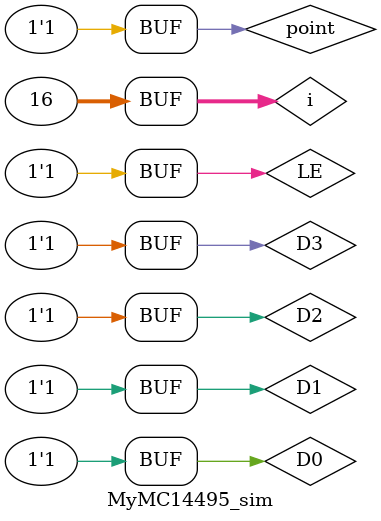
<source format=v>
`timescale 1ns / 1ps


module MyMC14495_sim;

	// Inputs
	reg D0;
	reg D1;
	reg D2;
	reg D3;
	reg point;
	reg LE;

	// Outputs
	wire p;
	wire a;
	wire b;
	wire c;
	wire d;
	wire e;
	wire f;
	wire g;

	// Instantiate the Unit Under Test (UUT)
	MyMC14495 uut (
		.D0(D0), 
		.D1(D1), 
		.D2(D2), 
		.D3(D3), 
		.point(point), 
		.LE(LE), 
		.p(p), 
		.a(a), 
		.b(b), 
		.c(c), 
		.d(d), 
		.e(e), 
		.f(f), 
		.g(g)
	);

integer i;
initial begin
	D3 = 0;
	D2 = 0;
	D1 = 0;
	D0 = 0;
	LE = 0;
	point = 0;
	

for (i=0; i<=15;i=i+1) begin
		#50;
		{D3,D2,D1,D0}=i;
		point = i;
	end
		
	#50;
	LE = 1;
end

      
endmodule


</source>
